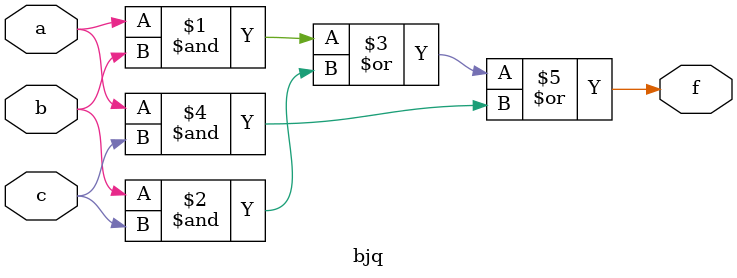
<source format=v>
`timescale 1ns / 1ps


module bjq(
    input a,
    input b,
    input c,
    output f
    );
    assign f=a&b|b&c|a&c;
endmodule

</source>
